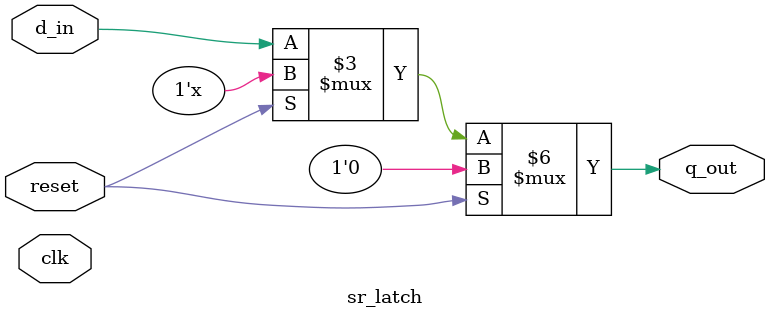
<source format=v>
module sr_latch(
  input d_in, clk, reset,
  output reg q_out
);
  always @( clk) begin
    if(reset)
      q_out <= 1'b0;
    else if (!reset)
      q_out <= d_in;
  end
endmodule

</source>
